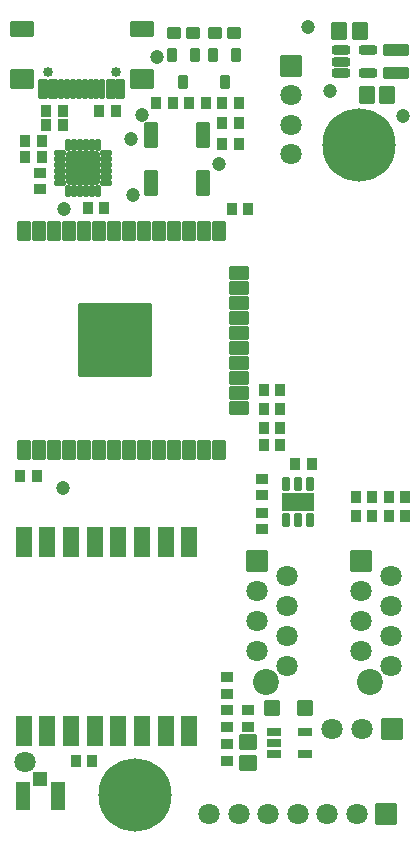
<source format=gbr>
G04 #@! TF.GenerationSoftware,KiCad,Pcbnew,(5.99.0-10229-ge8e7d13299)*
G04 #@! TF.CreationDate,2021-06-15T20:07:50+02:00*
G04 #@! TF.ProjectId,openair2,6f70656e-6169-4723-922e-6b696361645f,rev?*
G04 #@! TF.SameCoordinates,PX3473bc0PY1312d00*
G04 #@! TF.FileFunction,Soldermask,Top*
G04 #@! TF.FilePolarity,Negative*
%FSLAX46Y46*%
G04 Gerber Fmt 4.6, Leading zero omitted, Abs format (unit mm)*
G04 Created by KiCad (PCBNEW (5.99.0-10229-ge8e7d13299)) date 2021-06-15 20:07:50*
%MOMM*%
%LPD*%
G01*
G04 APERTURE LIST*
G04 Aperture macros list*
%AMRoundRect*
0 Rectangle with rounded corners*
0 $1 Rounding radius*
0 $2 $3 $4 $5 $6 $7 $8 $9 X,Y pos of 4 corners*
0 Add a 4 corners polygon primitive as box body*
4,1,4,$2,$3,$4,$5,$6,$7,$8,$9,$2,$3,0*
0 Add four circle primitives for the rounded corners*
1,1,$1+$1,$2,$3*
1,1,$1+$1,$4,$5*
1,1,$1+$1,$6,$7*
1,1,$1+$1,$8,$9*
0 Add four rect primitives between the rounded corners*
20,1,$1+$1,$2,$3,$4,$5,0*
20,1,$1+$1,$4,$5,$6,$7,0*
20,1,$1+$1,$6,$7,$8,$9,0*
20,1,$1+$1,$8,$9,$2,$3,0*%
G04 Aperture macros list end*
%ADD10RoundRect,0.100000X0.350000X0.400000X-0.350000X0.400000X-0.350000X-0.400000X0.350000X-0.400000X0*%
%ADD11RoundRect,0.100000X-0.482500X-0.400000X0.482500X-0.400000X0.482500X0.400000X-0.482500X0.400000X0*%
%ADD12RoundRect,0.100000X-0.300000X0.500000X-0.300000X-0.500000X0.300000X-0.500000X0.300000X0.500000X0*%
%ADD13RoundRect,0.100000X-0.350000X-0.400000X0.350000X-0.400000X0.350000X0.400000X-0.350000X0.400000X0*%
%ADD14C,6.200000*%
%ADD15RoundRect,0.100000X0.500000X-0.750000X0.500000X0.750000X-0.500000X0.750000X-0.500000X-0.750000X0*%
%ADD16RoundRect,0.100000X0.750000X-0.500000X0.750000X0.500000X-0.750000X0.500000X-0.750000X-0.500000X0*%
%ADD17RoundRect,0.100000X3.000000X-3.000000X3.000000X3.000000X-3.000000X3.000000X-3.000000X-3.000000X0*%
%ADD18RoundRect,0.100000X0.225000X-0.475000X0.225000X0.475000X-0.225000X0.475000X-0.225000X-0.475000X0*%
%ADD19RoundRect,0.100000X1.250000X-0.700000X1.250000X0.700000X-1.250000X0.700000X-1.250000X-0.700000X0*%
%ADD20RoundRect,0.100000X-0.400000X0.350000X-0.400000X-0.350000X0.400000X-0.350000X0.400000X0.350000X0*%
%ADD21RoundRect,0.100000X0.400000X-0.350000X0.400000X0.350000X-0.400000X0.350000X-0.400000X-0.350000X0*%
%ADD22C,1.200000*%
%ADD23RoundRect,0.100000X-0.600000X1.200000X-0.600000X-1.200000X0.600000X-1.200000X0.600000X1.200000X0*%
%ADD24RoundRect,0.100000X-0.500000X-1.000000X0.500000X-1.000000X0.500000X1.000000X-0.500000X1.000000X0*%
%ADD25RoundRect,0.100000X0.500000X1.000000X-0.500000X1.000000X-0.500000X-1.000000X0.500000X-1.000000X0*%
%ADD26C,2.200000*%
%ADD27RoundRect,0.100000X-0.800000X0.800000X-0.800000X-0.800000X0.800000X-0.800000X0.800000X0.800000X0*%
%ADD28C,1.800000*%
%ADD29RoundRect,0.100000X-0.550000X-0.550000X0.550000X-0.550000X0.550000X0.550000X-0.550000X0.550000X0*%
%ADD30RoundRect,0.100000X0.800000X0.800000X-0.800000X0.800000X-0.800000X-0.800000X0.800000X-0.800000X0*%
%ADD31RoundRect,0.100000X0.525000X0.525000X-0.525000X0.525000X-0.525000X-0.525000X0.525000X-0.525000X0*%
%ADD32RoundRect,0.100000X0.525000X1.100000X-0.525000X1.100000X-0.525000X-1.100000X0.525000X-1.100000X0*%
%ADD33RoundRect,0.100000X-0.500000X-0.250000X0.500000X-0.250000X0.500000X0.250000X-0.500000X0.250000X0*%
%ADD34RoundRect,0.100000X0.550000X0.700000X-0.550000X0.700000X-0.550000X-0.700000X0.550000X-0.700000X0*%
%ADD35RoundRect,0.100000X-0.700000X0.550000X-0.700000X-0.550000X0.700000X-0.550000X0.700000X0.550000X0*%
%ADD36RoundRect,0.100000X-0.550000X-0.700000X0.550000X-0.700000X0.550000X0.700000X-0.550000X0.700000X0*%
%ADD37RoundRect,0.100000X-1.000000X0.400000X-1.000000X-0.400000X1.000000X-0.400000X1.000000X0.400000X0*%
%ADD38RoundRect,0.200000X-0.562500X-0.200000X0.562500X-0.200000X0.562500X0.200000X-0.562500X0.200000X0*%
%ADD39C,0.850000*%
%ADD40RoundRect,0.100000X0.300000X0.725000X-0.300000X0.725000X-0.300000X-0.725000X0.300000X-0.725000X0*%
%ADD41RoundRect,0.100000X0.150000X0.725000X-0.150000X0.725000X-0.150000X-0.725000X0.150000X-0.725000X0*%
%ADD42RoundRect,0.100000X0.900000X0.725000X-0.900000X0.725000X-0.900000X-0.725000X0.900000X-0.725000X0*%
%ADD43RoundRect,0.100000X0.900000X0.600000X-0.900000X0.600000X-0.900000X-0.600000X0.900000X-0.600000X0*%
%ADD44RoundRect,0.112500X-0.112500X0.400000X-0.112500X-0.400000X0.112500X-0.400000X0.112500X0.400000X0*%
%ADD45RoundRect,0.112500X-0.400000X0.112500X-0.400000X-0.112500X0.400000X-0.112500X0.400000X0.112500X0*%
%ADD46RoundRect,0.100000X-1.300000X1.300000X-1.300000X-1.300000X1.300000X-1.300000X1.300000X1.300000X0*%
G04 APERTURE END LIST*
D10*
X2700000Y-39000000D03*
X1300000Y-39000000D03*
D11*
X17800000Y-1500000D03*
X19400000Y-1500000D03*
X14300000Y-1500000D03*
X15900000Y-1500000D03*
D12*
X19550000Y-3300000D03*
X17650000Y-3300000D03*
X18600000Y-5600000D03*
X16050000Y-3300000D03*
X14150000Y-3300000D03*
X15100000Y-5600000D03*
D13*
X15600000Y-7400000D03*
X17000000Y-7400000D03*
D10*
X14200000Y-7400000D03*
X12800000Y-7400000D03*
D13*
X18400000Y-7400000D03*
X19800000Y-7400000D03*
D10*
X19800000Y-10900000D03*
X18400000Y-10900000D03*
D13*
X19200000Y-16400000D03*
X20600000Y-16400000D03*
D14*
X11000000Y-66000000D03*
X30000000Y-11000000D03*
D15*
X1600000Y-36750000D03*
X2870000Y-36750000D03*
X4140000Y-36750000D03*
X5410000Y-36750000D03*
X6680000Y-36750000D03*
X7950000Y-36750000D03*
X9220000Y-36750000D03*
X10490000Y-36750000D03*
X11760000Y-36750000D03*
X13030000Y-36750000D03*
X14300000Y-36750000D03*
X15570000Y-36750000D03*
X16840000Y-36750000D03*
X18110000Y-36750000D03*
D16*
X19850000Y-33200000D03*
X19850000Y-31930000D03*
X19850000Y-30660000D03*
X19850000Y-29390000D03*
X19850000Y-28120000D03*
X19850000Y-26850000D03*
X19850000Y-25580000D03*
X19850000Y-24310000D03*
X19850000Y-23040000D03*
X19850000Y-21770000D03*
D15*
X18110000Y-18250000D03*
X16840000Y-18250000D03*
X15570000Y-18250000D03*
X14300000Y-18250000D03*
X13030000Y-18250000D03*
X11760000Y-18250000D03*
X10490000Y-18250000D03*
X9220000Y-18250000D03*
X7950000Y-18250000D03*
X6680000Y-18250000D03*
X5410000Y-18250000D03*
X4140000Y-18250000D03*
X2870000Y-18250000D03*
X1600000Y-18250000D03*
D17*
X9300000Y-27500000D03*
D13*
X18400000Y-9100000D03*
X19800000Y-9100000D03*
D10*
X7400000Y-63100000D03*
X6000000Y-63100000D03*
D18*
X23800000Y-42700000D03*
X24800000Y-42700000D03*
X25800000Y-42700000D03*
X25800000Y-39700000D03*
X24800000Y-39700000D03*
X23800000Y-39700000D03*
D19*
X24800000Y-41200000D03*
D20*
X21800000Y-42100000D03*
X21800000Y-43500000D03*
D21*
X21800000Y-40600000D03*
X21800000Y-39200000D03*
D13*
X24600000Y-38000000D03*
X26000000Y-38000000D03*
D22*
X33700000Y-8500000D03*
X27500000Y-6400000D03*
X10800000Y-15200000D03*
X10700000Y-10450000D03*
X5000000Y-16400000D03*
X11600000Y-8400000D03*
D23*
X15600000Y-44600000D03*
X13600000Y-44600000D03*
X11600000Y-44600000D03*
X9600000Y-44600000D03*
X7600000Y-44600000D03*
X5600000Y-44600000D03*
X3600000Y-44600000D03*
X1600000Y-44600000D03*
X1600000Y-60600000D03*
X3600000Y-60600000D03*
X5600000Y-60600000D03*
X7600000Y-60600000D03*
X9600000Y-60600000D03*
X11600000Y-60600000D03*
X13600000Y-60600000D03*
X15600000Y-60600000D03*
D22*
X12900000Y-3500000D03*
D24*
X12400000Y-10100000D03*
X16800000Y-10100000D03*
D25*
X16800000Y-14200000D03*
X12400000Y-14200000D03*
D26*
X22070000Y-56445000D03*
D27*
X21330000Y-46155000D03*
D28*
X23870000Y-47425000D03*
X21330000Y-48695000D03*
X23870000Y-49965000D03*
X21330000Y-51235000D03*
X23870000Y-52505000D03*
X21330000Y-53775000D03*
X23870000Y-55045000D03*
D26*
X30870000Y-56445000D03*
D27*
X30130000Y-46155000D03*
D28*
X32670000Y-47425000D03*
X30130000Y-48695000D03*
X32670000Y-49965000D03*
X30130000Y-51235000D03*
X32670000Y-52505000D03*
X30130000Y-53775000D03*
X32670000Y-55045000D03*
D29*
X22600000Y-58600000D03*
X25400000Y-58600000D03*
D30*
X32740000Y-60400000D03*
D28*
X30200000Y-60400000D03*
X27660000Y-60400000D03*
D21*
X20600000Y-60200000D03*
X20600000Y-58800000D03*
D20*
X18800000Y-61700000D03*
X18800000Y-63100000D03*
D31*
X3000000Y-64597500D03*
D32*
X1525000Y-66100000D03*
X4475000Y-66100000D03*
D28*
X1700000Y-63200000D03*
D33*
X22800000Y-60650000D03*
X22800000Y-61600000D03*
X22800000Y-62550000D03*
X25400000Y-62550000D03*
X25400000Y-60650000D03*
D22*
X4900000Y-40000000D03*
X18100000Y-12600000D03*
D34*
X32375000Y-6700000D03*
X30625000Y-6700000D03*
D35*
X20600000Y-61525000D03*
X20600000Y-63275000D03*
D36*
X28325000Y-1300000D03*
X30075000Y-1300000D03*
D37*
X33100000Y-2900000D03*
X33100000Y-4900000D03*
D30*
X32300000Y-67600000D03*
D28*
X29800000Y-67600000D03*
X27300000Y-67600000D03*
X24800000Y-67600000D03*
X22300000Y-67600000D03*
X19800000Y-67600000D03*
X17300000Y-67600000D03*
D27*
X24200000Y-4250000D03*
D28*
X24200000Y-6750000D03*
X24200000Y-9250000D03*
X24200000Y-11750000D03*
D21*
X18800000Y-60200000D03*
X18800000Y-58800000D03*
D38*
X28462500Y-2950000D03*
X28462500Y-3900000D03*
X28462500Y-4850000D03*
X30737500Y-4850000D03*
X30737500Y-2950000D03*
D10*
X23300000Y-36400000D03*
X21900000Y-36400000D03*
X31100000Y-42400000D03*
X29700000Y-42400000D03*
X23300000Y-34900000D03*
X21900000Y-34900000D03*
X23300000Y-33300000D03*
X21900000Y-33300000D03*
X23300000Y-31700000D03*
X21900000Y-31700000D03*
X33900000Y-42400000D03*
X32500000Y-42400000D03*
D13*
X32500000Y-40800000D03*
X33900000Y-40800000D03*
D21*
X18800000Y-57400000D03*
X18800000Y-56000000D03*
D10*
X31100000Y-40800000D03*
X29700000Y-40800000D03*
D22*
X25700000Y-950000D03*
D10*
X3100000Y-12000000D03*
X1700000Y-12000000D03*
D13*
X3500000Y-8050000D03*
X4900000Y-8050000D03*
D10*
X4900000Y-9300000D03*
X3500000Y-9300000D03*
D39*
X9390000Y-4800000D03*
X3610000Y-4800000D03*
D40*
X9750000Y-6245000D03*
X8950000Y-6245000D03*
D41*
X7750000Y-6245000D03*
X6750000Y-6245000D03*
X6250000Y-6245000D03*
X5250000Y-6245000D03*
D40*
X4050000Y-6245000D03*
X3250000Y-6245000D03*
D41*
X4750000Y-6245000D03*
X5750000Y-6245000D03*
X7250000Y-6245000D03*
X8250000Y-6245000D03*
D42*
X1430000Y-5330000D03*
D43*
X1430000Y-1150000D03*
X11570000Y-1150000D03*
D42*
X11570000Y-5330000D03*
D20*
X3000000Y-13300000D03*
X3000000Y-14700000D03*
D10*
X9400000Y-8050000D03*
X8000000Y-8050000D03*
D13*
X7000000Y-16300000D03*
X8400000Y-16300000D03*
D44*
X7850000Y-10962500D03*
X7350000Y-10962500D03*
X6850000Y-10962500D03*
X6350000Y-10962500D03*
X5850000Y-10962500D03*
X5350000Y-10962500D03*
D45*
X4662500Y-11650000D03*
X4662500Y-12150000D03*
X4662500Y-12650000D03*
X4662500Y-13150000D03*
X4662500Y-13650000D03*
X4662500Y-14150000D03*
D44*
X5350000Y-14837500D03*
X5850000Y-14837500D03*
X6350000Y-14837500D03*
X6850000Y-14837500D03*
X7350000Y-14837500D03*
X7850000Y-14837500D03*
D45*
X8537500Y-14150000D03*
X8537500Y-13650000D03*
X8537500Y-13150000D03*
X8537500Y-12650000D03*
X8537500Y-12150000D03*
X8537500Y-11650000D03*
D46*
X6600000Y-12900000D03*
D10*
X3100000Y-10600000D03*
X1700000Y-10600000D03*
M02*

</source>
